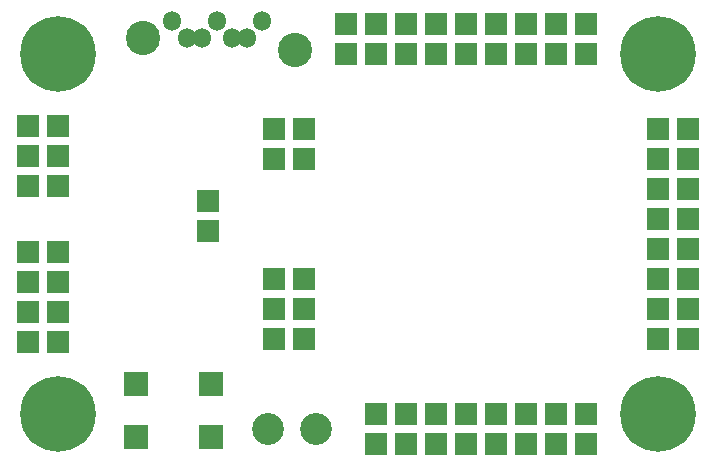
<source format=gbr>
%TF.GenerationSoftware,KiCad,Pcbnew,6.0.10+dfsg-1~bpo11+1*%
%TF.CreationDate,2023-03-03T23:41:05+00:00*%
%TF.ProjectId,PROGLOG01,50524f47-4c4f-4473-9031-2e6b69636164,B*%
%TF.SameCoordinates,Original*%
%TF.FileFunction,Soldermask,Top*%
%TF.FilePolarity,Negative*%
%FSLAX46Y46*%
G04 Gerber Fmt 4.6, Leading zero omitted, Abs format (unit mm)*
G04 Created by KiCad (PCBNEW 6.0.10+dfsg-1~bpo11+1) date 2023-03-03 23:41:05*
%MOMM*%
%LPD*%
G01*
G04 APERTURE LIST*
G04 Aperture macros list*
%AMRoundRect*
0 Rectangle with rounded corners*
0 $1 Rounding radius*
0 $2 $3 $4 $5 $6 $7 $8 $9 X,Y pos of 4 corners*
0 Add a 4 corners polygon primitive as box body*
4,1,4,$2,$3,$4,$5,$6,$7,$8,$9,$2,$3,0*
0 Add four circle primitives for the rounded corners*
1,1,$1+$1,$2,$3*
1,1,$1+$1,$4,$5*
1,1,$1+$1,$6,$7*
1,1,$1+$1,$8,$9*
0 Add four rect primitives between the rounded corners*
20,1,$1+$1,$2,$3,$4,$5,0*
20,1,$1+$1,$4,$5,$6,$7,0*
20,1,$1+$1,$6,$7,$8,$9,0*
20,1,$1+$1,$8,$9,$2,$3,0*%
G04 Aperture macros list end*
%ADD10RoundRect,0.200000X-0.762000X0.762000X-0.762000X-0.762000X0.762000X-0.762000X0.762000X0.762000X0*%
%ADD11RoundRect,0.200000X-0.762000X-0.762000X0.762000X-0.762000X0.762000X0.762000X-0.762000X0.762000X0*%
%ADD12C,6.400000*%
%ADD13RoundRect,0.200000X-0.838200X-0.838200X0.838200X-0.838200X0.838200X0.838200X-0.838200X0.838200X0*%
%ADD14RoundRect,0.200000X0.762000X-0.762000X0.762000X0.762000X-0.762000X0.762000X-0.762000X-0.762000X0*%
%ADD15O,1.500000X1.700000*%
%ADD16C,2.900000*%
%ADD17C,2.700000*%
G04 APERTURE END LIST*
D10*
%TO.C,J23*%
X204470000Y-103886000D03*
X204470000Y-106426000D03*
%TD*%
%TO.C,J21*%
X199390000Y-103886000D03*
X199390000Y-106426000D03*
%TD*%
D11*
%TO.C,J1*%
X159766000Y-112522000D03*
X162306000Y-112522000D03*
X159766000Y-115062000D03*
X162306000Y-115062000D03*
X159766000Y-117602000D03*
X162306000Y-117602000D03*
%TD*%
D10*
%TO.C,J18*%
X194310000Y-103886000D03*
X194310000Y-106426000D03*
%TD*%
%TO.C,J25*%
X207010000Y-103886000D03*
X207010000Y-106426000D03*
%TD*%
D11*
%TO.C,J24*%
X213106000Y-112776000D03*
X215646000Y-112776000D03*
%TD*%
D10*
%TO.C,J16*%
X189230000Y-103886000D03*
X189230000Y-106426000D03*
%TD*%
%TO.C,J6*%
X199390000Y-136906000D03*
X199390000Y-139446000D03*
%TD*%
%TO.C,J20*%
X196850000Y-103886000D03*
X196850000Y-106426000D03*
%TD*%
D12*
%TO.C,M4*%
X162306000Y-136906000D03*
%TD*%
D11*
%TO.C,J4*%
X159766000Y-123190000D03*
X162306000Y-123190000D03*
X159766000Y-125730000D03*
X162306000Y-125730000D03*
X159766000Y-128270000D03*
X162306000Y-128270000D03*
X159766000Y-130810000D03*
X162306000Y-130810000D03*
%TD*%
D10*
%TO.C,J5*%
X201930000Y-136906000D03*
X201930000Y-139446000D03*
%TD*%
D13*
%TO.C,SW1*%
X168909600Y-134402000D03*
X175209600Y-134402000D03*
X168909600Y-138902000D03*
X175209600Y-138902000D03*
%TD*%
D11*
%TO.C,J31*%
X213106000Y-120396000D03*
X215646000Y-120396000D03*
%TD*%
%TO.C,J29*%
X213106000Y-117856000D03*
X215646000Y-117856000D03*
%TD*%
%TO.C,J27*%
X213106000Y-122936000D03*
X215646000Y-122936000D03*
%TD*%
D10*
%TO.C,J19*%
X201930000Y-103886000D03*
X201930000Y-106426000D03*
%TD*%
D11*
%TO.C,J28*%
X213106000Y-125476000D03*
X215646000Y-125476000D03*
%TD*%
%TO.C,J30*%
X213106000Y-128016000D03*
X215646000Y-128016000D03*
%TD*%
D10*
%TO.C,J7*%
X196850000Y-136906000D03*
X196850000Y-139446000D03*
%TD*%
D12*
%TO.C,M2*%
X213106000Y-106426000D03*
%TD*%
%TO.C,M1*%
X213106000Y-136906000D03*
%TD*%
D14*
%TO.C,J2*%
X175006000Y-121412000D03*
X175006000Y-118872000D03*
%TD*%
D10*
%TO.C,J34*%
X207010000Y-136906000D03*
X207010000Y-139446000D03*
%TD*%
D11*
%TO.C,J32*%
X213106000Y-130556000D03*
X215646000Y-130556000D03*
%TD*%
%TO.C,J13*%
X180594000Y-128016000D03*
X183134000Y-128016000D03*
%TD*%
D10*
%TO.C,J11*%
X189230000Y-136906000D03*
X189230000Y-139446000D03*
%TD*%
D11*
%TO.C,J14*%
X180594000Y-130556000D03*
X183134000Y-130556000D03*
%TD*%
D10*
%TO.C,J15*%
X186690000Y-103886000D03*
X186690000Y-106426000D03*
%TD*%
D11*
%TO.C,J22*%
X213106000Y-115316000D03*
X215646000Y-115316000D03*
%TD*%
D10*
%TO.C,J33*%
X204470000Y-136906000D03*
X204470000Y-139446000D03*
%TD*%
%TO.C,J17*%
X191770000Y-103886000D03*
X191770000Y-106426000D03*
%TD*%
%TO.C,J8*%
X194310000Y-136906000D03*
X194310000Y-139446000D03*
%TD*%
%TO.C,J9*%
X191770000Y-136906000D03*
X191770000Y-139446000D03*
%TD*%
D15*
%TO.C,J26*%
X171958000Y-103632000D03*
X173228000Y-105132000D03*
X174498000Y-105132000D03*
X175768000Y-103632000D03*
X177038000Y-105132000D03*
X178308000Y-105132000D03*
X179578000Y-103632000D03*
D16*
X182328000Y-106132000D03*
X169498000Y-105132000D03*
%TD*%
D12*
%TO.C,M3*%
X162306000Y-106426000D03*
%TD*%
D11*
%TO.C,J10*%
X180594000Y-125476000D03*
X183134000Y-125476000D03*
%TD*%
%TO.C,J3*%
X180594000Y-112776000D03*
X183134000Y-112776000D03*
X180594000Y-115316000D03*
X183134000Y-115316000D03*
%TD*%
D17*
%TO.C,D3*%
X180086000Y-138176000D03*
%TD*%
%TO.C,D2*%
X184150000Y-138176000D03*
%TD*%
M02*

</source>
